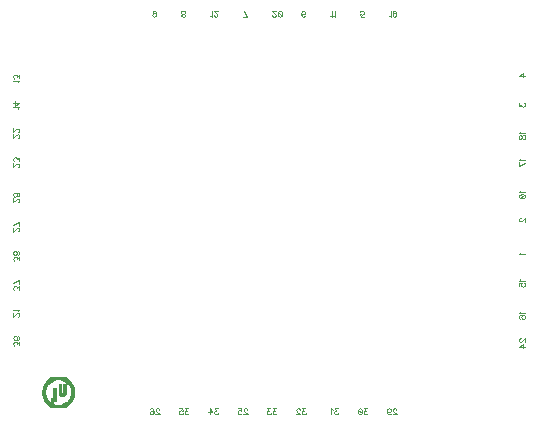
<source format=gbr>
G04 DipTrace 3.3.1.3*
G04 BottomSilk.gbr*
%MOIN*%
G04 #@! TF.FileFunction,Legend,Bot*
G04 #@! TF.Part,Single*
%ADD12C,0.003*%
%ADD33C,0.003088*%
%FSLAX26Y26*%
G04*
G70*
G90*
G75*
G01*
G04 BotSilk*
%LPD*%
X803077Y725074D2*
D12*
X854077D1*
X799051Y722074D2*
X858102D1*
X795170Y719074D2*
X861983D1*
X791707Y716074D2*
X815203D1*
X841951D2*
X865447D1*
X788807Y713074D2*
X809704D1*
X847449D2*
X868346D1*
X786498Y710074D2*
X804923D1*
X852230D2*
X870655D1*
X784607Y707074D2*
X800922D1*
X856231D2*
X872546D1*
X782934Y704074D2*
X797538D1*
X830077D2*
X839077D1*
X845077D2*
X854077D1*
X859615D2*
X874220D1*
X781368Y701074D2*
X794721D1*
X830077D2*
X839077D1*
X845077D2*
X854077D1*
X862433D2*
X875786D1*
X779851Y698074D2*
X792460D1*
X830077D2*
X839077D1*
X845077D2*
X854077D1*
X864693D2*
X877302D1*
X778450Y695074D2*
X790592D1*
X830077D2*
X839077D1*
X845077D2*
X854077D1*
X866561D2*
X878703D1*
X777338Y692074D2*
X788940D1*
X830077D2*
X839077D1*
X845077D2*
X854077D1*
X868214D2*
X879815D1*
X776664Y689074D2*
X787483D1*
X812077D2*
X821077D1*
X830077D2*
X839077D1*
X845077D2*
X854077D1*
X869671D2*
X880490D1*
X776324Y686074D2*
X786350D1*
X812077D2*
X821077D1*
X830077D2*
X839077D1*
X845077D2*
X854077D1*
X870803D2*
X880829D1*
X776174Y683074D2*
X785668D1*
X812077D2*
X821077D1*
X830077D2*
X839077D1*
X845077D2*
X854077D1*
X871486D2*
X880980D1*
X776113Y680074D2*
X785325D1*
X812077D2*
X821077D1*
X830077D2*
X839077D1*
X845077D2*
X854077D1*
X871828D2*
X881041D1*
X776089Y677074D2*
X785174D1*
X812077D2*
X821077D1*
X830077D2*
X839077D1*
X845077D2*
X854077D1*
X871979D2*
X881064D1*
X776081Y674074D2*
X785124D1*
X812077D2*
X821077D1*
X830088D2*
X839077D1*
X845077D2*
X854053D1*
X872029D2*
X881072D1*
X776078Y671074D2*
X785207D1*
X812077D2*
X821077D1*
X830203D2*
X853825D1*
X871947D2*
X881075D1*
X776089Y668074D2*
X785592D1*
X812077D2*
X821077D1*
X830666D2*
X853280D1*
X871561D2*
X881064D1*
X776194Y665074D2*
X786413D1*
X812077D2*
X821077D1*
X831692D2*
X850942D1*
X870740D2*
X880959D1*
X776588Y662074D2*
X787576D1*
X812077D2*
X821077D1*
X833077D2*
X848077D1*
X869578D2*
X880565D1*
X777412Y659074D2*
X788934D1*
X812077D2*
X821077D1*
X868219D2*
X879741D1*
X778575Y656074D2*
X790481D1*
X803077D2*
X821077D1*
X866672D2*
X878578D1*
X779922Y653074D2*
X792349D1*
X803077D2*
X821077D1*
X864804D2*
X877231D1*
X781364Y650074D2*
X794679D1*
X803077D2*
X821077D1*
X862474D2*
X875790D1*
X782850Y647074D2*
X797454D1*
X803077D2*
X821077D1*
X859699D2*
X874303D1*
X784449Y644074D2*
X800802D1*
X856352D2*
X872704D1*
X786350Y641074D2*
X804681D1*
X852206D2*
X870803D1*
X788781Y638074D2*
X809753D1*
X847311D2*
X868373D1*
X791826Y635074D2*
X815077D1*
X842077D2*
X865328D1*
X795419Y632074D2*
X861734D1*
X799249Y629074D2*
X857904D1*
X803077Y626074D2*
X854077D1*
X803077Y725074D2*
X799051Y722074D1*
X795170Y719074D1*
X791707Y716074D1*
X788807Y713074D1*
X786498Y710074D1*
X784607Y707074D1*
X782934Y704074D1*
X781368Y701074D1*
X779851Y698074D1*
X778450Y695074D1*
X777338Y692074D1*
X776664Y689074D1*
X776324Y686074D1*
X776174Y683074D1*
X776113Y680074D1*
X776089Y677074D1*
X776081Y674074D1*
X776078Y671074D1*
X776089Y668074D1*
X776194Y665074D1*
X776588Y662074D1*
X777412Y659074D1*
X778575Y656074D1*
X779922Y653074D1*
X781364Y650074D1*
X782850Y647074D1*
X784449Y644074D1*
X786350Y641074D1*
X788781Y638074D1*
X791826Y635074D1*
X795419Y632074D1*
X799249Y629074D1*
X803077Y626074D1*
X854077Y725074D2*
X858102Y722074D1*
X861983Y719074D1*
X865447Y716074D1*
X868346Y713074D1*
X870655Y710074D1*
X872546Y707074D1*
X874220Y704074D1*
X875786Y701074D1*
X877302Y698074D1*
X878703Y695074D1*
X879815Y692074D1*
X880490Y689074D1*
X880829Y686074D1*
X880980Y683074D1*
X881041Y680074D1*
X881064Y677074D1*
X881072Y674074D1*
X881075Y671074D1*
X881064Y668074D1*
X880959Y665074D1*
X880565Y662074D1*
X879741Y659074D1*
X878578Y656074D1*
X877231Y653074D1*
X875790Y650074D1*
X874303Y647074D1*
X872704Y644074D1*
X870803Y641074D1*
X868373Y638074D1*
X865328Y635074D1*
X861734Y632074D1*
X857904Y629074D1*
X854077Y626074D1*
X821077Y719074D2*
X815203Y716074D1*
X809704Y713074D1*
X804923Y710074D1*
X800922Y707074D1*
X797538Y704074D1*
X794721Y701074D1*
X792460Y698074D1*
X790592Y695074D1*
X788940Y692074D1*
X787483Y689074D1*
X786350Y686074D1*
X785668Y683074D1*
X785325Y680074D1*
X785174Y677074D1*
X785124Y674074D1*
X785207Y671074D1*
X785592Y668074D1*
X786413Y665074D1*
X787576Y662074D1*
X788934Y659074D1*
X790481Y656074D1*
X792349Y653074D1*
X794679Y650074D1*
X797454Y647074D1*
X800802Y644074D1*
X804948Y641074D1*
X809842Y638074D1*
X815077Y635074D1*
X836077Y719074D2*
X841951Y716074D1*
X847449Y713074D1*
X852230Y710074D1*
X856231Y707074D1*
X859615Y704074D1*
X862433Y701074D1*
X864693Y698074D1*
X866561Y695074D1*
X868214Y692074D1*
X869671Y689074D1*
X870803Y686074D1*
X871486Y683074D1*
X871828Y680074D1*
X871979Y677074D1*
X872029Y674074D1*
X871947Y671074D1*
X871561Y668074D1*
X870740Y665074D1*
X869578Y662074D1*
X868219Y659074D1*
X866672Y656074D1*
X864804Y653074D1*
X862474Y650074D1*
X859699Y647074D1*
X856352Y644074D1*
X852206Y641074D1*
X847311Y638074D1*
X842077Y635074D1*
X830077Y704074D2*
Y701074D1*
Y698074D1*
Y695074D1*
Y692074D1*
Y689074D1*
Y686074D1*
Y683074D1*
Y680074D1*
Y677074D1*
X830088Y674074D1*
X830203Y671074D1*
X830666Y668074D1*
X831692Y665074D1*
X833077Y662074D1*
X839077Y704074D2*
Y701074D1*
Y698074D1*
Y695074D1*
Y692074D1*
Y689074D1*
Y686074D1*
Y683074D1*
Y680074D1*
Y677074D1*
Y674074D1*
X845077Y704074D2*
Y701074D1*
Y698074D1*
Y695074D1*
Y692074D1*
Y689074D1*
Y686074D1*
Y683074D1*
Y680074D1*
Y677074D1*
Y674074D1*
X854077Y704074D2*
Y701074D1*
Y698074D1*
Y695074D1*
Y692074D1*
Y689074D1*
Y686074D1*
Y683074D1*
Y680074D1*
Y677074D1*
X854053Y674074D1*
X853825Y671074D1*
X853280Y668074D1*
X850942Y665074D1*
X848077Y662074D1*
X812077Y689074D2*
Y686074D1*
Y683074D1*
Y680074D1*
Y677074D1*
Y674074D1*
Y671074D1*
Y668074D1*
Y665074D1*
Y662074D1*
Y659074D1*
Y656074D1*
X803077D1*
Y653074D1*
Y650074D1*
Y647074D1*
X821077Y689074D2*
Y686074D1*
Y683074D1*
Y680074D1*
Y677074D1*
Y674074D1*
Y671074D1*
Y668074D1*
Y665074D1*
Y662074D1*
Y659074D1*
Y656074D1*
Y653074D1*
Y650074D1*
Y647074D1*
X800077Y644074D1*
X804681Y641074D1*
X809753Y638074D1*
X815077Y635074D1*
X1154586Y1933590D2*
D33*
X1153613Y1936464D1*
X1151712Y1938388D1*
X1148838Y1939338D1*
X1147887D1*
X1145013Y1938388D1*
X1143112Y1936464D1*
X1142139Y1933590D1*
Y1932640D1*
X1143112Y1929766D1*
X1145013Y1927864D1*
X1147887Y1926914D1*
X1148838D1*
X1151712Y1927864D1*
X1153613Y1929766D1*
X1154586Y1933590D1*
Y1938388D1*
X1153613Y1943163D1*
X1151712Y1946037D1*
X1148838Y1946988D1*
X1146936D1*
X1144062Y1946037D1*
X1143112Y1944114D1*
X1243298Y1926914D2*
X1240446Y1927864D1*
X1239474Y1929766D1*
Y1931689D1*
X1240446Y1933590D1*
X1242348Y1934563D1*
X1246172Y1935514D1*
X1249046Y1936464D1*
X1250948Y1938388D1*
X1251898Y1940289D1*
Y1943163D1*
X1250948Y1945064D1*
X1249997Y1946037D1*
X1247123Y1946988D1*
X1243298D1*
X1240446Y1946037D1*
X1239474Y1945064D1*
X1238523Y1943163D1*
Y1940289D1*
X1239474Y1938388D1*
X1241397Y1936464D1*
X1244249Y1935514D1*
X1248074Y1934563D1*
X1249997Y1933590D1*
X1250948Y1931689D1*
Y1929766D1*
X1249997Y1927864D1*
X1247123Y1926914D1*
X1243298D1*
X1335836Y1930738D2*
X1337759Y1929766D1*
X1340633Y1926914D1*
Y1946988D1*
X1347781Y1931689D2*
Y1930738D1*
X1348732Y1928815D1*
X1349683Y1927864D1*
X1351606Y1926914D1*
X1355431D1*
X1357332Y1927864D1*
X1358283Y1928815D1*
X1359255Y1930738D1*
Y1932640D1*
X1358283Y1934563D1*
X1356381Y1937415D1*
X1346809Y1946988D1*
X1360206D1*
X1447968D2*
X1457541Y1926914D1*
X1444143D1*
X1542451Y1931689D2*
Y1930738D1*
X1543401Y1928815D1*
X1544352Y1927864D1*
X1546275Y1926914D1*
X1550100D1*
X1552001Y1927864D1*
X1552952Y1928815D1*
X1553924Y1930738D1*
Y1932640D1*
X1552952Y1934563D1*
X1551050Y1937415D1*
X1541478Y1946988D1*
X1554875D1*
X1566799Y1926914D2*
X1563925Y1927864D1*
X1562001Y1930738D1*
X1561051Y1935514D1*
Y1938388D1*
X1562001Y1943163D1*
X1563925Y1946037D1*
X1566799Y1946988D1*
X1568700D1*
X1571574Y1946037D1*
X1573475Y1943163D1*
X1574448Y1938388D1*
Y1935514D1*
X1573475Y1930738D1*
X1571574Y1927864D1*
X1568700Y1926914D1*
X1566799D1*
X1573475Y1930738D2*
X1562001Y1943163D1*
X1650419Y1929766D2*
X1649468Y1927864D1*
X1646594Y1926914D1*
X1644693D1*
X1641819Y1927864D1*
X1639896Y1930738D1*
X1638945Y1935514D1*
Y1940289D1*
X1639896Y1944114D1*
X1641819Y1946037D1*
X1644693Y1946988D1*
X1645644D1*
X1648496Y1946037D1*
X1650419Y1944114D1*
X1651370Y1941240D1*
Y1940289D1*
X1650419Y1937415D1*
X1648496Y1935514D1*
X1645644Y1934563D1*
X1644693D1*
X1641819Y1935514D1*
X1639896Y1937415D1*
X1638945Y1940289D1*
X1735307Y1930738D2*
X1737230Y1929766D1*
X1740104Y1926914D1*
Y1946988D1*
X1746280Y1930738D2*
X1748203Y1929766D1*
X1751077Y1926914D1*
Y1946988D1*
X1846489Y1926914D2*
X1836938D1*
X1835987Y1935514D1*
X1836938Y1934563D1*
X1839812Y1933590D1*
X1842664D1*
X1845538Y1934563D1*
X1847461Y1936464D1*
X1848412Y1939338D1*
Y1941240D1*
X1847461Y1944114D1*
X1845538Y1946037D1*
X1842664Y1946988D1*
X1839812D1*
X1836938Y1946037D1*
X1835987Y1945064D1*
X1835015Y1943163D1*
X1932349Y1930738D2*
X1934272Y1929766D1*
X1937146Y1926914D1*
X1937147Y1946988D1*
X1955769Y1933590D2*
X1954796Y1936464D1*
X1952895Y1938388D1*
X1950021Y1939338D1*
X1949070D1*
X1946196Y1938388D1*
X1944295Y1936464D1*
X1943322Y1933590D1*
Y1932640D1*
X1944295Y1929766D1*
X1946196Y1927864D1*
X1949070Y1926914D1*
X1950021D1*
X1952895Y1927864D1*
X1954796Y1929766D1*
X1955769Y1933590D1*
Y1938388D1*
X1954796Y1943163D1*
X1952895Y1946037D1*
X1950021Y1946988D1*
X1948120D1*
X1945246Y1946037D1*
X1944295Y1944114D1*
X1955930Y616475D2*
Y617425D1*
X1954979Y619349D1*
X1954028Y620299D1*
X1952105Y621250D1*
X1948280D1*
X1946379Y620299D1*
X1945429Y619349D1*
X1944456Y617425D1*
Y615524D1*
X1945429Y613601D1*
X1947330Y610749D1*
X1956902Y601176D1*
X1943505D1*
X1924883Y614573D2*
X1925856Y611699D1*
X1927757Y609776D1*
X1930631Y608825D1*
X1931581D1*
X1934455Y609776D1*
X1936357Y611699D1*
X1937329Y614573D1*
Y615524D1*
X1936357Y618398D1*
X1934455Y620299D1*
X1931581Y621250D1*
X1930631D1*
X1927757Y620299D1*
X1925856Y618398D1*
X1924883Y614573D1*
Y609776D1*
X1925856Y605001D1*
X1927757Y602127D1*
X1930631Y601176D1*
X1932532D1*
X1935406Y602127D1*
X1936357Y604050D1*
X1858463Y621250D2*
X1847961D1*
X1853687Y613601D1*
X1850813D1*
X1848912Y612650D1*
X1847961Y611699D1*
X1846989Y608825D1*
Y606924D1*
X1847961Y604050D1*
X1849863Y602127D1*
X1852737Y601176D1*
X1855611D1*
X1858463Y602127D1*
X1859413Y603100D1*
X1860386Y605001D1*
X1835065Y621250D2*
X1837939Y620299D1*
X1839862Y617425D1*
X1840813Y612650D1*
Y609776D1*
X1839862Y605001D1*
X1837939Y602127D1*
X1835065Y601176D1*
X1833164D1*
X1830290Y602127D1*
X1828388Y605001D1*
X1827416Y609776D1*
Y612650D1*
X1828388Y617425D1*
X1830290Y620299D1*
X1833164Y621250D1*
X1835065D1*
X1828388Y617425D2*
X1839862Y605001D1*
X1760995Y621250D2*
X1750494D1*
X1756220Y613601D1*
X1753346D1*
X1751445Y612650D1*
X1750494Y611699D1*
X1749521Y608825D1*
Y606924D1*
X1750494Y604050D1*
X1752395Y602127D1*
X1755269Y601176D1*
X1758143D1*
X1760995Y602127D1*
X1761946Y603100D1*
X1762919Y605001D1*
X1743346Y617425D2*
X1741422Y618398D1*
X1738548Y621250D1*
Y601176D1*
X1652688Y621250D2*
X1642186D1*
X1647912Y613601D1*
X1645038D1*
X1643137Y612650D1*
X1642186Y611699D1*
X1641214Y608825D1*
Y606924D1*
X1642186Y604050D1*
X1644088Y602127D1*
X1646962Y601176D1*
X1649836D1*
X1652688Y602127D1*
X1653638Y603100D1*
X1654611Y605001D1*
X1634065Y616475D2*
Y617425D1*
X1633115Y619349D1*
X1632164Y620299D1*
X1630241Y621250D1*
X1626416D1*
X1624515Y620299D1*
X1623564Y619349D1*
X1622591Y617425D1*
Y615524D1*
X1623564Y613601D1*
X1625465Y610749D1*
X1635038Y601176D1*
X1621641D1*
X1555220Y621250D2*
X1544719D1*
X1550445Y613601D1*
X1547571D1*
X1545670Y612650D1*
X1544719Y611699D1*
X1543746Y608825D1*
Y606924D1*
X1544719Y604050D1*
X1546620Y602127D1*
X1549494Y601176D1*
X1552368D1*
X1555220Y602127D1*
X1556171Y603100D1*
X1557144Y605001D1*
X1535647Y621250D2*
X1525146D1*
X1530872Y613601D1*
X1527998D1*
X1526097Y612650D1*
X1525146Y611699D1*
X1524173Y608825D1*
Y606924D1*
X1525146Y604050D1*
X1527047Y602127D1*
X1529921Y601176D1*
X1532795D1*
X1535647Y602127D1*
X1536598Y603100D1*
X1537571Y605001D1*
X1458704Y616475D2*
Y617425D1*
X1457753Y619349D1*
X1456803Y620299D1*
X1454879Y621250D1*
X1451054D1*
X1449153Y620299D1*
X1448203Y619349D1*
X1447230Y617425D1*
Y615524D1*
X1448203Y613601D1*
X1450104Y610749D1*
X1459677Y601176D1*
X1446279D1*
X1428630Y621250D2*
X1438180D1*
X1439131Y612650D1*
X1438180Y613601D1*
X1435306Y614573D1*
X1432454D1*
X1429580Y613601D1*
X1427657Y611699D1*
X1426706Y608825D1*
Y606924D1*
X1427657Y604050D1*
X1429580Y602127D1*
X1432454Y601176D1*
X1435306D1*
X1438180Y602127D1*
X1439131Y603100D1*
X1440104Y605001D1*
X1360286Y621250D2*
X1349785D1*
X1355511Y613601D1*
X1352637D1*
X1350735Y612650D1*
X1349785Y611699D1*
X1348812Y608825D1*
Y606924D1*
X1349785Y604050D1*
X1351686Y602127D1*
X1354560Y601176D1*
X1357434D1*
X1360286Y602127D1*
X1361237Y603100D1*
X1362209Y605001D1*
X1333064Y601176D2*
Y621250D1*
X1342636Y607875D1*
X1328288D1*
X1261868Y621250D2*
X1251367D1*
X1257093Y613601D1*
X1254219D1*
X1252317Y612650D1*
X1251367Y611699D1*
X1250394Y608825D1*
Y606924D1*
X1251367Y604050D1*
X1253268Y602127D1*
X1256142Y601176D1*
X1259016D1*
X1261868Y602127D1*
X1262819Y603100D1*
X1263791Y605001D1*
X1232744Y621250D2*
X1242295D1*
X1243246Y612650D1*
X1242295Y613601D1*
X1239421Y614573D1*
X1236569D1*
X1233695Y613601D1*
X1231772Y611699D1*
X1230821Y608825D1*
Y606924D1*
X1231772Y604050D1*
X1233695Y602127D1*
X1236569Y601176D1*
X1239421D1*
X1242295Y602127D1*
X1243246Y603100D1*
X1244218Y605001D1*
X1165351Y616475D2*
Y617425D1*
X1164401Y619349D1*
X1163450Y620299D1*
X1161527Y621250D1*
X1157702D1*
X1155801Y620299D1*
X1154850Y619349D1*
X1153878Y617425D1*
Y615524D1*
X1154850Y613601D1*
X1156752Y610749D1*
X1166324Y601176D1*
X1152927D1*
X1135277Y618398D2*
X1136228Y620299D1*
X1139102Y621250D1*
X1141003D1*
X1143877Y620299D1*
X1145801Y617425D1*
X1146751Y612650D1*
Y607875D1*
X1145801Y604050D1*
X1143877Y602127D1*
X1141003Y601176D1*
X1140053D1*
X1137201Y602127D1*
X1135277Y604050D1*
X1134327Y606924D1*
Y607875D1*
X1135277Y610749D1*
X1137201Y612650D1*
X1140053Y613601D1*
X1141003D1*
X1143877Y612650D1*
X1145801Y610749D1*
X1146751Y607875D1*
X2384963Y1729050D2*
X2364889D1*
X2378264Y1738623D1*
Y1724275D1*
X2364889Y1638414D2*
Y1627913D1*
X2372538Y1633639D1*
Y1630765D1*
X2373489Y1628864D1*
X2374439Y1627913D1*
X2377313Y1626940D1*
X2379215D1*
X2382089Y1627913D1*
X2384012Y1629814D1*
X2384963Y1632688D1*
Y1635562D1*
X2384012Y1638414D1*
X2383039Y1639365D1*
X2381138Y1640338D1*
X2368713Y1543003D2*
X2367741Y1541080D1*
X2364889Y1538206D1*
X2384963D1*
X2364889Y1527255D2*
X2365839Y1530107D1*
X2367741Y1531079D1*
X2369664D1*
X2371565Y1530107D1*
X2372538Y1528205D1*
X2373489Y1524381D1*
X2374439Y1521507D1*
X2376363Y1519606D1*
X2378264Y1518655D1*
X2381138D1*
X2383039Y1519606D1*
X2384012Y1520556D1*
X2384963Y1523430D1*
Y1527255D1*
X2384012Y1530107D1*
X2383039Y1531079D1*
X2381138Y1532030D1*
X2378264D1*
X2376363Y1531079D1*
X2374439Y1529156D1*
X2373489Y1526304D1*
X2372538Y1522480D1*
X2371565Y1520556D1*
X2369664Y1519606D1*
X2367741D1*
X2365839Y1520556D1*
X2364889Y1523430D1*
Y1527255D1*
X2368713Y1454158D2*
X2367741Y1452235D1*
X2364889Y1449361D1*
X2384963D1*
Y1439360D2*
X2364889Y1429788D1*
Y1443185D1*
X2368713Y1345850D2*
X2367741Y1343927D1*
X2364889Y1341053D1*
X2384963D1*
X2364889Y1329129D2*
X2365839Y1332003D1*
X2368713Y1333927D1*
X2373489Y1334877D1*
X2376363D1*
X2381138Y1333927D1*
X2384012Y1332003D1*
X2384963Y1329129D1*
Y1327228D1*
X2384012Y1324354D1*
X2381138Y1322453D1*
X2376363Y1321480D1*
X2373489D1*
X2368713Y1322453D1*
X2365839Y1324354D1*
X2364889Y1327228D1*
Y1329129D1*
X2368713Y1322453D2*
X2381138Y1333927D1*
X2369664Y1256010D2*
X2368713D1*
X2366790Y1255060D1*
X2365839Y1254109D1*
X2364889Y1252186D1*
Y1248361D1*
X2365839Y1246460D1*
X2366790Y1245509D1*
X2368713Y1244536D1*
X2370615D1*
X2372538Y1245509D1*
X2375390Y1247410D1*
X2384963Y1256983D1*
Y1243586D1*
X2368713Y1140208D2*
X2367741Y1138285D1*
X2364889Y1135411D1*
X2384963D1*
X2368713Y1051473D2*
X2367741Y1049550D1*
X2364889Y1046676D1*
X2384963D1*
X2364889Y1029026D2*
Y1038577D1*
X2373489Y1039528D1*
X2372538Y1038577D1*
X2371565Y1035703D1*
Y1032851D1*
X2372538Y1029977D1*
X2374439Y1028054D1*
X2377313Y1027103D1*
X2379215D1*
X2382089Y1028054D1*
X2384012Y1029977D1*
X2384963Y1032851D1*
Y1035703D1*
X2384012Y1038577D1*
X2383039Y1039528D1*
X2381138Y1040500D1*
X2368713Y943166D2*
X2367741Y941242D1*
X2364889Y938368D1*
X2384963D1*
X2367741Y920719D2*
X2365839Y921669D1*
X2364889Y924543D1*
Y926445D1*
X2365839Y929319D1*
X2368713Y931242D1*
X2373489Y932193D1*
X2378264D1*
X2382089Y931242D1*
X2384012Y929319D1*
X2384963Y926445D1*
Y925494D1*
X2384012Y922642D1*
X2382089Y920719D1*
X2379215Y919768D1*
X2378264D1*
X2375390Y920719D1*
X2373489Y922642D1*
X2372538Y925494D1*
Y926445D1*
X2373489Y929319D1*
X2375390Y931242D1*
X2378264Y932193D1*
X2369664Y854299D2*
X2368714D1*
X2366790Y853348D1*
X2365839Y852397D1*
X2364889Y850474D1*
Y846649D1*
X2365839Y844748D1*
X2366790Y843797D1*
X2368714Y842825D1*
X2370615D1*
X2372538Y843797D1*
X2375390Y845699D1*
X2384963Y855271D1*
Y841874D1*
Y826126D2*
X2364889D1*
X2378264Y835698D1*
Y821350D1*
X698993Y831943D2*
Y842444D1*
X691344Y836718D1*
Y839592D1*
X690393Y841493D1*
X689442Y842444D1*
X686568Y843417D1*
X684667D1*
X681793Y842444D1*
X679870Y840543D1*
X678919Y837669D1*
Y834795D1*
X679870Y831943D1*
X680842Y830992D1*
X682744Y830019D1*
X696141Y861066D2*
X698042Y860116D1*
X698993Y857242D1*
Y855340D1*
X698042Y852466D1*
X695168Y850543D1*
X690393Y849592D1*
X685618D1*
X681793Y850543D1*
X679870Y852466D1*
X678919Y855340D1*
Y856291D1*
X679870Y859143D1*
X681793Y861066D1*
X684667Y862017D1*
X685618D1*
X688492Y861066D1*
X690393Y859143D1*
X691344Y856291D1*
Y855340D1*
X690393Y852466D1*
X688492Y850543D1*
X685618Y849592D1*
X694218Y927487D2*
X695168D1*
X697092Y928437D1*
X698042Y929388D1*
X698993Y931311D1*
Y935136D1*
X698042Y937037D1*
X697092Y937988D1*
X695168Y938960D1*
X693267D1*
X691344Y937988D1*
X688492Y936086D1*
X678919Y926514D1*
Y939911D1*
X695168Y946087D2*
X696141Y948010D1*
X698993Y950884D1*
X678919D1*
X698993Y1017304D2*
Y1027806D1*
X691344Y1022080D1*
Y1024954D1*
X690393Y1026855D1*
X689442Y1027806D1*
X686568Y1028778D1*
X684667D1*
X681793Y1027806D1*
X679870Y1025904D1*
X678919Y1023030D1*
Y1020156D1*
X679870Y1017304D1*
X680842Y1016354D1*
X682744Y1015381D1*
X678919Y1038779D2*
X698993Y1048351D1*
Y1034954D1*
Y1114772D2*
Y1125273D1*
X691344Y1119547D1*
Y1122421D1*
X690393Y1124322D1*
X689442Y1125273D1*
X686568Y1126246D1*
X684667D1*
X681793Y1125273D1*
X679870Y1123372D1*
X678919Y1120498D1*
Y1117624D1*
X679870Y1114772D1*
X680842Y1113821D1*
X682744Y1112848D1*
X698993Y1137197D2*
X698042Y1134345D1*
X696141Y1133372D1*
X694218D1*
X692316Y1134345D1*
X691344Y1136246D1*
X690393Y1140071D1*
X689442Y1142945D1*
X687519Y1144846D1*
X685618Y1145797D1*
X682744D1*
X680842Y1144846D1*
X679870Y1143895D1*
X678919Y1141021D1*
Y1137197D1*
X679870Y1134345D1*
X680842Y1133372D1*
X682744Y1132421D1*
X685618D1*
X687519Y1133372D1*
X689442Y1135295D1*
X690393Y1138147D1*
X691344Y1141972D1*
X692316Y1143895D1*
X694218Y1144846D1*
X696141D1*
X698042Y1143895D1*
X698993Y1141021D1*
Y1137197D1*
X694218Y1211266D2*
X695168D1*
X697092Y1212217D1*
X698042Y1213167D1*
X698993Y1215091D1*
Y1218915D1*
X698042Y1220817D1*
X697092Y1221767D1*
X695168Y1222740D1*
X693267D1*
X691344Y1221767D1*
X688492Y1219866D1*
X678919Y1210293D1*
Y1223691D1*
Y1233691D2*
X698993Y1243264D1*
Y1229866D1*
X694218Y1308733D2*
X695168D1*
X697092Y1309684D1*
X698042Y1310635D1*
X698993Y1312558D1*
Y1316383D1*
X698042Y1318284D1*
X697092Y1319235D1*
X695168Y1320207D1*
X693267D1*
X691344Y1319235D1*
X688492Y1317333D1*
X678919Y1307761D1*
Y1321158D1*
X698993Y1332109D2*
X698042Y1329257D1*
X696141Y1328284D1*
X694218D1*
X692316Y1329257D1*
X691344Y1331158D1*
X690393Y1334983D1*
X689442Y1337857D1*
X687519Y1339758D1*
X685618Y1340709D1*
X682744D1*
X680842Y1339758D1*
X679870Y1338808D1*
X678919Y1335934D1*
Y1332109D1*
X679870Y1329257D1*
X680842Y1328284D1*
X682744Y1327334D1*
X685618D1*
X687519Y1328284D1*
X689442Y1330208D1*
X690393Y1333060D1*
X691344Y1336884D1*
X692316Y1338808D1*
X694218Y1339758D1*
X696141D1*
X698042Y1338808D1*
X698993Y1335934D1*
Y1332109D1*
X694218Y1425619D2*
X695168D1*
X697092Y1426570D1*
X698042Y1427520D1*
X698993Y1429444D1*
Y1433268D1*
X698042Y1435169D1*
X697092Y1436120D1*
X695168Y1437093D1*
X693267D1*
X691344Y1436120D1*
X688492Y1434219D1*
X678919Y1424646D1*
Y1438043D1*
X698993Y1446143D2*
Y1456644D1*
X691344Y1450918D1*
Y1453792D1*
X690393Y1455693D1*
X689442Y1456644D1*
X686568Y1457616D1*
X684667D1*
X681793Y1456644D1*
X679870Y1454742D1*
X678919Y1451868D1*
Y1448994D1*
X679870Y1446143D1*
X680842Y1445192D1*
X682744Y1444219D1*
X694218Y1523086D2*
X695168D1*
X697092Y1524037D1*
X698042Y1524987D1*
X698993Y1526911D1*
Y1530735D1*
X698042Y1532637D1*
X697092Y1533587D1*
X695168Y1534560D1*
X693267D1*
X691344Y1533587D1*
X688492Y1531686D1*
X678919Y1522113D1*
Y1535511D1*
X694218Y1542659D2*
X695168D1*
X697092Y1543610D1*
X698042Y1544560D1*
X698993Y1546484D1*
Y1550308D1*
X698042Y1552210D1*
X697092Y1553160D1*
X695168Y1554133D1*
X693267D1*
X691344Y1553160D1*
X688492Y1551259D1*
X678919Y1541686D1*
Y1555084D1*
X695168Y1619581D2*
X696141Y1621504D1*
X698993Y1624378D1*
X678919D1*
Y1640126D2*
X698993D1*
X685618Y1630554D1*
Y1644902D1*
X695168Y1709398D2*
X696141Y1711322D1*
X698993Y1714196D1*
X678919D1*
X698993Y1722295D2*
Y1732796D1*
X691343Y1727070D1*
X691344Y1729944D1*
X690393Y1731845D1*
X689442Y1732796D1*
X686568Y1733769D1*
X684667D1*
X681793Y1732796D1*
X679870Y1730895D1*
X678919Y1728021D1*
Y1725147D1*
X679870Y1722295D1*
X680842Y1721344D1*
X682744Y1720372D1*
M02*

</source>
